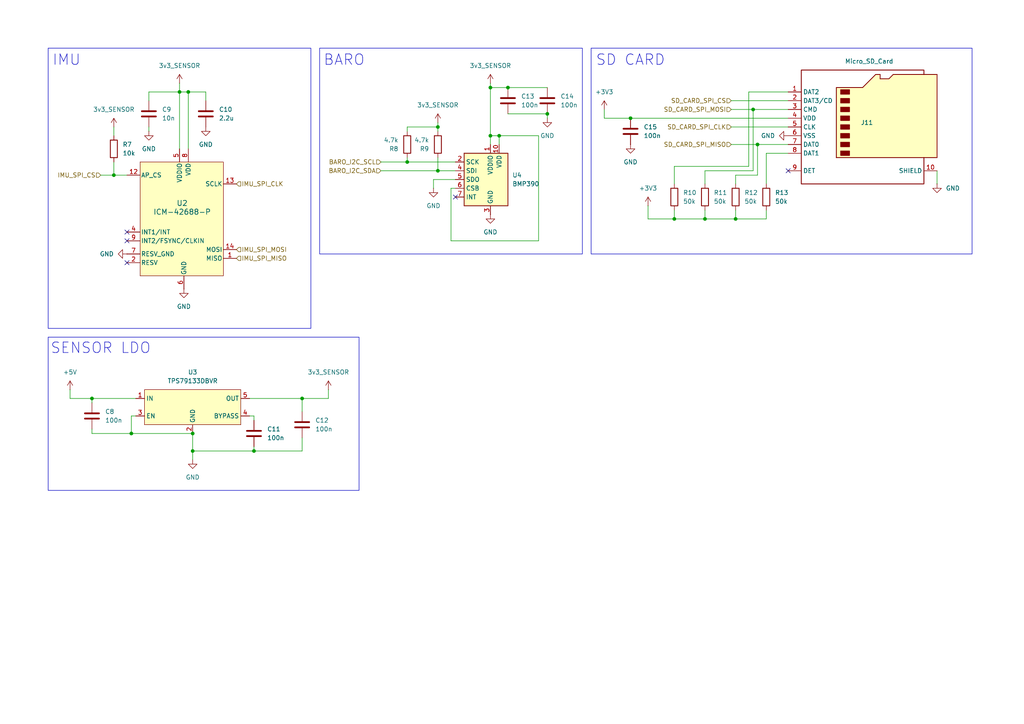
<source format=kicad_sch>
(kicad_sch (version 20250114) (generator "eeschema") (generator_version "9.0")
  (paper "A4")
  (lib_symbols
    (symbol "Device:C" (pin_numbers (hide yes)) (pin_names (offset 0.254))
      (property "Reference" "C" (at 0.635 2.54 0))
      (property "Value" "C" (at 0.635 -2.54 0))
      (symbol "C_0_1"
        (polyline (pts (xy -2.032 0.762) (xy 2.032 0.762)) (stroke (width 0.508)))
        (polyline (pts (xy -2.032 -0.762) (xy 2.032 -0.762)) (stroke (width 0.508)))
      )
      (symbol "C_1_1"
        (pin passive line (at 0 3.81 270) (length 2.794) (name "~") (number "1"))
        (pin passive line (at 0 -3.81 90) (length 2.794) (name "~") (number "2"))
      )
    )
    (symbol "Device:R" (pin_numbers (hide yes)) (pin_names (offset 0))
      (property "Reference" "R" (at 2.032 0 90))
      (property "Value" "R" (at 0 0 90))
      (symbol "R_0_1"
        (rectangle (start -1.016 -2.54) (end 1.016 2.54) (stroke (width 0.254)))
      )
      (symbol "R_1_1"
        (pin passive line (at 0 3.81 270) (length 1.27) (name "~") (number "1"))
        (pin passive line (at 0 -3.81 90) (length 1.27) (name "~") (number "2"))
      )
    )
    (symbol "power:+3V3" (power) (pin_numbers (hide yes)) (pin_names (offset 0) (hide yes))
      (property "Value" "+3V3" (at 0 3.556 0))
      (symbol "+3V3_0_1"
        (polyline (pts (xy -0.762 1.27) (xy 0 2.54)))
        (polyline (pts (xy 0 2.54) (xy 0.762 1.27)))
        (polyline (pts (xy 0 0) (xy 0 2.54)))
      )
      (symbol "+3V3_1_1"
        (pin power_in line (at 0 0 90) (length 0) (name "~") (number "1"))
      )
    )
    (symbol "power:+5V" (power) (pin_numbers (hide yes)) (pin_names (offset 0) (hide yes))
      (property "Value" "+5V" (at 0 3.556 0))
      (symbol "+5V_0_1"
        (polyline (pts (xy -0.762 1.27) (xy 0 2.54)))
        (polyline (pts (xy 0 2.54) (xy 0.762 1.27)))
        (polyline (pts (xy 0 0) (xy 0 2.54)))
      )
      (symbol "+5V_1_1"
        (pin power_in line (at 0 0 90) (length 0) (name "~") (number "1"))
      )
    )
    (symbol "power:GND" (power) (pin_numbers (hide yes)) (pin_names (offset 0) (hide yes))
      (property "Value" "GND" (at 0 -3.81 0))
      (symbol "GND_0_1"
        (polyline (pts (xy 0 0) (xy 0 -1.27) (xy 1.27 -1.27) (xy 0 -2.54) (xy -1.27 -1.27) (xy 0 -1.27)))
      )
      (symbol "GND_1_1"
        (pin power_in line (at 0 0 270) (length 0) (name "~") (number "1"))
      )
    )
    (symbol "toto_fc:3v3_SENSOR" (power) (pin_numbers (hide yes)) (pin_names (offset 0) (hide yes))
      (property "Value" "3v3_SENSOR" (at 0 3.556 0))
      (symbol "3v3_SENSOR_0_1"
        (polyline (pts (xy -0.762 1.27) (xy 0 2.54)))
        (polyline (pts (xy 0 2.54) (xy 0.762 1.27)))
        (polyline (pts (xy 0 0) (xy 0 2.54)))
      )
      (symbol "3v3_SENSOR_1_1"
        (pin power_in line (at 0 0 90) (length 0) (name "~") (number "1"))
      )
    )
    (symbol "toto_fc:BMP390"
      (property "Reference" "U" (at -6.858 9.652 0))
      (property "Value" "BMP390" (at 5.842 9.652 0))
      (symbol "BMP390_0_1"
        (rectangle (start -6.35 7.62) (end 6.35 -7.62) (stroke (width 0.254)) (fill (type background)))
      )
      (symbol "BMP390_1_1"
        (pin input line (at -8.89 5.08 0) (length 2.54) (name "SCK") (number "2"))
        (pin bidirectional line (at -8.89 2.54 0) (length 2.54) (name "SDI") (number "4"))
        (pin bidirectional line (at -8.89 0 0) (length 2.54) (name "SDO") (number "5"))
        (pin input line (at -8.89 -2.54 0) (length 2.54) (name "CSB") (number "6"))
        (pin input line (at -8.89 -5.08 0) (length 2.54) (name "INT") (number "7"))
        (pin power_in line (at 1.27 10.16 270) (length 2.54) (name "VDDIO") (number "1"))
        (pin power_in line (at 1.27 -10.16 90) (length 2.54) (name "GND") (number "3"))
        (pin power_in line (at 1.27 -10.16 90) (length 2.54) (hide yes) (name "GND") (number "8"))
        (pin power_in line (at 1.27 -10.16 90) (length 2.54) (hide yes) (name "GND") (number "9"))
        (pin power_in line (at 3.81 10.16 270) (length 2.54) (name "VDD") (number "10"))
      )
    )
    (symbol "toto_fc:ICM-42688-P" (pin_names (offset 0.254))
      (property "Reference" "U" (at -0.508 4.826 0))
      (property "Value" "ICM-42688-P" (at -0.508 2.286 0))
      (symbol "ICM-42688-P_0_1"
        (pin input line (at -16.51 12.7 0) (length 3.81) (name "AP_CS") (number "12"))
        (pin bidirectional line (at -16.51 -3.81 0) (length 3.81) (name "INT1/INT") (number "4"))
        (pin bidirectional line (at -16.51 -6.35 0) (length 3.81) (name "INT2/FSYNC/CLKIN") (number "9"))
        (pin passive line (at -16.51 -10.16 0) (length 3.81) (hide yes) (name "RESV_GND") (number "11"))
        (pin passive line (at -16.51 -10.16 0) (length 3.81) (name "RESV_GND") (number "7"))
        (pin passive line (at -16.51 -12.7 0) (length 3.81) (hide yes) (name "RESV") (number "10"))
        (pin passive line (at -16.51 -12.7 0) (length 3.81) (name "RESV") (number "2"))
        (pin passive line (at -16.51 -12.7 0) (length 3.81) (hide yes) (name "RESV") (number "3"))
        (pin power_in line (at -1.27 20.32 270) (length 3.81) (name "VDDIO") (number "5"))
        (pin power_out line (at 0 -20.32 90) (length 3.81) (name "GND") (number "6"))
        (pin power_in line (at 1.27 20.32 270) (length 3.81) (name "VDD") (number "8"))
        (pin input line (at 15.24 10.16 180) (length 3.81) (name "SCLK") (number "13"))
        (pin bidirectional line (at 15.24 -8.89 180) (length 3.81) (name "MOSI") (number "14"))
        (pin output line (at 15.24 -11.43 180) (length 3.81) (name "MISO") (number "1"))
      )
      (symbol "ICM-42688-P_1_1"
        (rectangle (start -12.7 16.51) (end 11.43 -16.51) (fill (type background)))
      )
    )
    (symbol "toto_fc:Micro_SD_Card"
      (property "Reference" "J" (at -16.51 17.78 0))
      (property "Value" "Micro_SD_Card" (at 16.51 17.78 0))
      (symbol "Micro_SD_Card_0_1"
        (polyline (pts (xy -8.89 -8.89) (xy -8.89 11.43) (xy -1.27 11.43) (xy 2.54 15.24) (xy 3.81 15.24) (xy 3.81 13.97) (xy 6.35 13.97) (xy 7.62 15.24) (xy 20.32 15.24) (xy 20.32 -8.89) (xy -8.89 -8.89)) (stroke (width 0.254)) (fill (type background)))
        (rectangle (start -7.62 10.795) (end -5.08 9.525) (stroke (width 0.254)) (fill (type outline)))
        (rectangle (start -7.62 8.255) (end -5.08 6.985) (stroke (width 0.254)) (fill (type outline)))
        (rectangle (start -7.62 5.715) (end -5.08 4.445) (stroke (width 0.254)) (fill (type outline)))
        (rectangle (start -7.62 3.175) (end -5.08 1.905) (stroke (width 0.254)) (fill (type outline)))
        (rectangle (start -7.62 0.635) (end -5.08 -0.635) (stroke (width 0.254)) (fill (type outline)))
        (rectangle (start -7.62 -1.905) (end -5.08 -3.175) (stroke (width 0.254)) (fill (type outline)))
        (rectangle (start -7.62 -4.445) (end -5.08 -5.715) (stroke (width 0.254)) (fill (type outline)))
        (rectangle (start -7.62 -6.985) (end -5.08 -8.255) (stroke (width 0.254)) (fill (type outline)))
        (polyline (pts (xy 16.51 15.24) (xy 16.51 16.51) (xy -19.05 16.51) (xy -19.05 -16.51) (xy 16.51 -16.51) (xy 16.51 -8.89)) (stroke (width 0.254)))
      )
      (symbol "Micro_SD_Card_1_1"
        (pin bidirectional line (at -22.86 10.16 0) (length 3.81) (name "DAT2") (number "1"))
        (pin bidirectional line (at -22.86 7.62 0) (length 3.81) (name "DAT3/CD") (number "2"))
        (pin input line (at -22.86 5.08 0) (length 3.81) (name "CMD") (number "3"))
        (pin power_in line (at -22.86 2.54 0) (length 3.81) (name "VDD") (number "4"))
        (pin input line (at -22.86 0 0) (length 3.81) (name "CLK") (number "5"))
        (pin power_in line (at -22.86 -2.54 0) (length 3.81) (name "VSS") (number "6"))
        (pin bidirectional line (at -22.86 -5.08 0) (length 3.81) (name "DAT0") (number "7"))
        (pin bidirectional line (at -22.86 -7.62 0) (length 3.81) (name "DAT1") (number "8"))
        (pin passive line (at -22.86 -12.7 0) (length 3.81) (name "DET") (number "9"))
        (pin passive line (at 20.32 -12.7 180) (length 3.81) (name "SHIELD") (number "10"))
        (pin passive line (at 20.32 -12.7 180) (length 3.81) (hide yes) (name "SHIELD") (number "G1"))
        (pin passive line (at 20.32 -12.7 180) (length 3.81) (hide yes) (name "SHIELD") (number "G2"))
        (pin passive line (at 20.32 -12.7 180) (length 3.81) (hide yes) (name "SHIELD") (number "G3"))
        (pin passive line (at 20.32 -12.7 180) (length 3.81) (hide yes) (name "SHIELD") (number "G4"))
      )
    )
    (symbol "toto_fc:TPS79133DBVR"
      (property "Reference" "U" (at 0 3.302 0))
      (property "Value" "TPS79133DBVR" (at 0 2.032 0))
      (symbol "TPS79133DBVR_0_1"
        (rectangle (start -13.97 5.08) (end 13.97 -5.08) (fill (type background)))
      )
      (symbol "TPS79133DBVR_1_1"
        (pin power_in line (at -16.51 2.54 0) (length 2.54) (name "IN") (number "1"))
        (pin input line (at -16.51 -2.54 0) (length 2.54) (name "EN") (number "3"))
        (pin power_in line (at 0 -7.62 90) (length 2.54) (name "GND") (number "2"))
        (pin input line (at 16.51 2.54 180) (length 2.54) (name "OUT") (number "5"))
        (pin passive line (at 16.51 -2.54 180) (length 2.54) (name "BYPASS") (number "4"))
      )
    )
  )
  (rectangle (start 171.45 13.97) (end 281.94 73.66))
  (rectangle (start 92.71 13.97) (end 168.91 73.66))
  (rectangle (start 13.97 13.97) (end 90.17 95.25))
  (rectangle (start 13.97 97.79) (end 104.14 142.24))
  (text "IMU" (at 19.304 17.526 0) (effects (font (size 3.048 3.048))))
  (text "SENSOR LDO" (at 29.21 101.092 0) (effects (font (size 3.048 3.048))))
  (text "BARO" (at 99.822 17.526 0) (effects (font (size 3.048 3.048))))
  (text "SD CARD" (at 182.88 17.526 0) (effects (font (size 3.048 3.048))))
  (junction (at 219.71 41.91))
  (junction (at 127 36.83))
  (junction (at 213.36 63.5))
  (junction (at 26.67 115.57))
  (junction (at 38.1 125.73))
  (junction (at 87.63 115.57))
  (junction (at 147.32 25.4))
  (junction (at 73.66 130.81))
  (junction (at 182.88 34.29))
  (junction (at 127 49.53))
  (junction (at 118.11 46.99))
  (junction (at 218.44 31.75))
  (junction (at 55.88 130.81))
  (junction (at 54.61 26.67))
  (junction (at 33.02 50.8))
  (junction (at 55.88 125.73))
  (junction (at 158.75 33.02))
  (junction (at 142.24 25.4))
  (junction (at 144.78 39.37))
  (junction (at 195.58 63.5))
  (junction (at 142.24 39.37))
  (junction (at 204.47 63.5))
  (junction (at 52.07 26.67))
  (no_connect (at 36.83 69.85))
  (no_connect (at 36.83 67.31))
  (no_connect (at 36.83 76.2))
  (no_connect (at 132.08 57.15))
  (no_connect (at 228.6 49.53))
  (wire (pts (xy 73.66 121.92) (xy 73.66 120.65)))
  (wire (pts (xy 39.37 120.65) (xy 38.1 120.65)))
  (wire (pts (xy 110.49 46.99) (xy 118.11 46.99)))
  (wire (pts (xy 158.75 34.29) (xy 158.75 33.02)))
  (wire (pts (xy 52.07 26.67) (xy 52.07 43.18)))
  (wire (pts (xy 182.88 34.29) (xy 228.6 34.29)))
  (wire (pts (xy 142.24 24.13) (xy 142.24 25.4)))
  (wire (pts (xy 55.88 130.81) (xy 55.88 133.35)))
  (wire (pts (xy 130.81 69.85) (xy 156.21 69.85)))
  (wire (pts (xy 127 35.56) (xy 127 36.83)))
  (wire (pts (xy 43.18 29.21) (xy 43.18 26.67)))
  (wire (pts (xy 217.17 48.26) (xy 195.58 48.26)))
  (wire (pts (xy 118.11 46.99) (xy 132.08 46.99)))
  (wire (pts (xy 55.88 125.73) (xy 55.88 130.81)))
  (wire (pts (xy 187.96 59.69) (xy 187.96 63.5)))
  (wire (pts (xy 175.26 34.29) (xy 182.88 34.29)))
  (wire (pts (xy 127 45.72) (xy 127 49.53)))
  (wire (pts (xy 147.32 25.4) (xy 158.75 25.4)))
  (wire (pts (xy 144.78 39.37) (xy 156.21 39.37)))
  (wire (pts (xy 212.09 36.83) (xy 228.6 36.83)))
  (wire (pts (xy 222.25 44.45) (xy 222.25 53.34)))
  (wire (pts (xy 228.6 26.67) (xy 217.17 26.67)))
  (wire (pts (xy 20.32 115.57) (xy 26.67 115.57)))
  (wire (pts (xy 127 49.53) (xy 132.08 49.53)))
  (wire (pts (xy 33.02 50.8) (xy 36.83 50.8)))
  (wire (pts (xy 187.96 63.5) (xy 195.58 63.5)))
  (wire (pts (xy 213.36 63.5) (xy 222.25 63.5)))
  (wire (pts (xy 43.18 26.67) (xy 52.07 26.67)))
  (wire (pts (xy 218.44 49.53) (xy 204.47 49.53)))
  (wire (pts (xy 219.71 41.91) (xy 228.6 41.91)))
  (wire (pts (xy 52.07 24.13) (xy 52.07 26.67)))
  (wire (pts (xy 26.67 124.46) (xy 26.67 125.73)))
  (wire (pts (xy 130.81 54.61) (xy 132.08 54.61)))
  (wire (pts (xy 95.25 115.57) (xy 95.25 113.03)))
  (wire (pts (xy 175.26 31.75) (xy 175.26 34.29)))
  (wire (pts (xy 195.58 63.5) (xy 204.47 63.5)))
  (wire (pts (xy 142.24 39.37) (xy 142.24 41.91)))
  (wire (pts (xy 142.24 25.4) (xy 147.32 25.4)))
  (wire (pts (xy 110.49 49.53) (xy 127 49.53)))
  (wire (pts (xy 212.09 41.91) (xy 219.71 41.91)))
  (wire (pts (xy 212.09 31.75) (xy 218.44 31.75)))
  (wire (pts (xy 125.73 54.61) (xy 125.73 52.07)))
  (wire (pts (xy 195.58 60.96) (xy 195.58 63.5)))
  (wire (pts (xy 118.11 36.83) (xy 127 36.83)))
  (wire (pts (xy 118.11 36.83) (xy 118.11 38.1)))
  (wire (pts (xy 59.69 26.67) (xy 59.69 29.21)))
  (wire (pts (xy 228.6 44.45) (xy 222.25 44.45)))
  (wire (pts (xy 73.66 120.65) (xy 72.39 120.65)))
  (wire (pts (xy 33.02 36.83) (xy 33.02 39.37)))
  (wire (pts (xy 52.07 26.67) (xy 54.61 26.67)))
  (wire (pts (xy 212.09 29.21) (xy 228.6 29.21)))
  (wire (pts (xy 26.67 125.73) (xy 38.1 125.73)))
  (wire (pts (xy 218.44 31.75) (xy 218.44 49.53)))
  (wire (pts (xy 204.47 49.53) (xy 204.47 53.34)))
  (wire (pts (xy 87.63 130.81) (xy 73.66 130.81)))
  (wire (pts (xy 130.81 54.61) (xy 130.81 69.85)))
  (wire (pts (xy 142.24 39.37) (xy 144.78 39.37)))
  (wire (pts (xy 222.25 63.5) (xy 222.25 60.96)))
  (wire (pts (xy 54.61 26.67) (xy 54.61 43.18)))
  (wire (pts (xy 87.63 115.57) (xy 95.25 115.57)))
  (wire (pts (xy 118.11 45.72) (xy 118.11 46.99)))
  (wire (pts (xy 213.36 60.96) (xy 213.36 63.5)))
  (wire (pts (xy 38.1 125.73) (xy 55.88 125.73)))
  (wire (pts (xy 29.21 50.8) (xy 33.02 50.8)))
  (wire (pts (xy 33.02 46.99) (xy 33.02 50.8)))
  (wire (pts (xy 142.24 25.4) (xy 142.24 39.37)))
  (wire (pts (xy 147.32 33.02) (xy 158.75 33.02)))
  (wire (pts (xy 219.71 50.8) (xy 213.36 50.8)))
  (wire (pts (xy 218.44 31.75) (xy 228.6 31.75)))
  (wire (pts (xy 87.63 115.57) (xy 72.39 115.57)))
  (wire (pts (xy 195.58 48.26) (xy 195.58 53.34)))
  (wire (pts (xy 55.88 130.81) (xy 73.66 130.81)))
  (wire (pts (xy 144.78 39.37) (xy 144.78 41.91)))
  (wire (pts (xy 26.67 116.84) (xy 26.67 115.57)))
  (wire (pts (xy 204.47 63.5) (xy 213.36 63.5)))
  (wire (pts (xy 87.63 119.38) (xy 87.63 115.57)))
  (wire (pts (xy 73.66 130.81) (xy 73.66 129.54)))
  (wire (pts (xy 271.78 53.34) (xy 271.78 49.53)))
  (wire (pts (xy 38.1 120.65) (xy 38.1 125.73)))
  (wire (pts (xy 20.32 113.03) (xy 20.32 115.57)))
  (wire (pts (xy 26.67 115.57) (xy 39.37 115.57)))
  (wire (pts (xy 127 36.83) (xy 127 38.1)))
  (wire (pts (xy 204.47 60.96) (xy 204.47 63.5)))
  (wire (pts (xy 125.73 52.07) (xy 132.08 52.07)))
  (wire (pts (xy 217.17 26.67) (xy 217.17 48.26)))
  (wire (pts (xy 54.61 26.67) (xy 59.69 26.67)))
  (wire (pts (xy 87.63 127) (xy 87.63 130.81)))
  (wire (pts (xy 213.36 50.8) (xy 213.36 53.34)))
  (wire (pts (xy 156.21 69.85) (xy 156.21 39.37)))
  (wire (pts (xy 43.18 38.1) (xy 43.18 36.83)))
  (wire (pts (xy 219.71 41.91) (xy 219.71 50.8)))
  (hierarchical_label "SD_CARD_SPI_CLK" (shape input) (at 212.09 36.83 180))
  (hierarchical_label "IMU_SPI_MISO" (shape input) (at 68.58 74.93 0))
  (hierarchical_label "BARO_I2C_SCL" (shape input) (at 110.49 46.99 180))
  (hierarchical_label "IMU_SPI_CLK" (shape input) (at 68.58 53.34 0))
  (hierarchical_label "SD_CARD_SPI_MISO" (shape input) (at 212.09 41.91 180))
  (hierarchical_label "BARO_I2C_SDA" (shape input) (at 110.49 49.53 180))
  (hierarchical_label "SD_CARD_SPI_MOSI" (shape input) (at 212.09 31.75 180))
  (hierarchical_label "IMU_SPI_MOSI" (shape input) (at 68.58 72.39 0))
  (hierarchical_label "IMU_SPI_CS" (shape input) (at 29.21 50.8 180))
  (hierarchical_label "SD_CARD_SPI_CS" (shape input) (at 212.09 29.21 180))
  (symbol (lib_id "Device:C") (at 182.88 38.1 0) (unit 1)
    (property "Reference" "C15" (at 186.69 36.8299 0) (effects (justify left)))
    (property "Value" "100n" (at 186.69 39.3699 0) (effects (justify left)))
    (property "Footprint" "Capacitor_SMD:C_0603_1608Metric" (effects (hide yes)))
    (property "Description" "Unpolarized capacitor" (effects (hide yes)))
  )
  (symbol (lib_id "power:GND") (at 59.69 36.83 0) (unit 1)
    (property "Reference" "#PWR044" (effects (hide yes)))
    (property "Value" "GND" (at 59.69 41.91 0))
    (property "Description" "Power symbol creates a global label with name \"GND\" , ground" (effects (hide yes)))
  )
  (symbol (lib_id "Device:C") (at 87.63 123.19 0) (unit 1)
    (property "Reference" "C12" (at 91.44 121.9199 0) (effects (justify left)))
    (property "Value" "100n" (at 91.44 124.4599 0) (effects (justify left)))
    (property "Footprint" "Capacitor_SMD:C_0603_1608Metric" (effects (hide yes)))
    (property "Description" "Unpolarized capacitor" (effects (hide yes)))
  )
  (symbol (lib_id "Device:C") (at 73.66 125.73 0) (unit 1)
    (property "Reference" "C11" (at 77.47 124.4599 0) (effects (justify left)))
    (property "Value" "100n" (at 77.47 126.9999 0) (effects (justify left)))
    (property "Footprint" "Capacitor_SMD:C_0603_1608Metric" (effects (hide yes)))
    (property "Description" "Unpolarized capacitor" (effects (hide yes)))
  )
  (symbol (lib_id "power:GND") (at 182.88 41.91 0) (unit 1)
    (property "Reference" "#PWR052" (effects (hide yes)))
    (property "Value" "GND" (at 182.88 46.99 0))
    (property "Description" "Power symbol creates a global label with name \"GND\" , ground" (effects (hide yes)))
  )
  (symbol (lib_id "Device:R") (at 195.58 57.15 0) (unit 1)
    (property "Reference" "R10" (at 198.12 55.8799 0) (effects (justify left)))
    (property "Value" "50k" (at 198.12 58.4199 0) (effects (justify left)))
    (property "Footprint" "Resistor_SMD:R_0603_1608Metric" (effects (hide yes)))
    (property "Description" "Resistor" (effects (hide yes)))
  )
  (symbol (lib_id "Device:R") (at 204.47 57.15 0) (unit 1)
    (property "Reference" "R11" (at 207.01 55.8799 0) (effects (justify left)))
    (property "Value" "50k" (at 207.01 58.4199 0) (effects (justify left)))
    (property "Footprint" "Resistor_SMD:R_0603_1608Metric" (effects (hide yes)))
    (property "Description" "Resistor" (effects (hide yes)))
  )
  (symbol (lib_id "power:+3V3") (at 187.96 59.69 0) (unit 1)
    (property "Reference" "#PWR053" (effects (hide yes)))
    (property "Value" "+3V3" (at 187.96 54.61 0))
    (property "Description" "Power symbol creates a global label with name \"+3V3\"" (effects (hide yes)))
  )
  (symbol (lib_id "power:GND") (at 43.18 38.1 0) (unit 1)
    (property "Reference" "#PWR040" (effects (hide yes)))
    (property "Value" "GND" (at 43.18 43.18 0))
    (property "Description" "Power symbol creates a global label with name \"GND\" , ground" (effects (hide yes)))
  )
  (symbol (lib_id "power:GND") (at 228.6 39.37 270) (unit 1)
    (property "Reference" "#PWR054" (effects (hide yes)))
    (property "Value" "GND" (at 224.79 39.3699 90) (effects (justify right)))
    (property "Description" "Power symbol creates a global label with name \"GND\" , ground" (effects (hide yes)))
  )
  (symbol (lib_id "Device:R") (at 33.02 43.18 0) (unit 1)
    (property "Reference" "R7" (at 35.56 41.9099 0) (effects (justify left)))
    (property "Value" "10k" (at 35.56 44.4499 0) (effects (justify left)))
    (property "Footprint" "Resistor_SMD:R_0603_1608Metric" (effects (hide yes)))
    (property "Description" "Resistor" (effects (hide yes)))
  )
  (symbol (lib_id "Device:R") (at 222.25 57.15 0) (unit 1)
    (property "Reference" "R13" (at 224.79 55.8799 0) (effects (justify left)))
    (property "Value" "50k" (at 224.79 58.4199 0) (effects (justify left)))
    (property "Footprint" "Resistor_SMD:R_0603_1608Metric" (effects (hide yes)))
    (property "Description" "Resistor" (effects (hide yes)))
  )
  (symbol (lib_id "Device:C") (at 59.69 33.02 180) (unit 1)
    (property "Reference" "C10" (at 63.5 31.7499 0) (effects (justify right)))
    (property "Value" "2.2u" (at 63.5 34.2899 0) (effects (justify right)))
    (property "Footprint" "Capacitor_SMD:C_0603_1608Metric" (effects (hide yes)))
    (property "Description" "Unpolarized capacitor" (effects (hide yes)))
  )
  (symbol (lib_id "toto_fc:TPS79133DBVR") (at 55.88 118.11 0) (unit 1)
    (property "Reference" "U3" (at 55.88 107.95 0))
    (property "Value" "TPS79133DBVR" (at 55.88 110.49 0))
    (property "Footprint" "toto_fc:TPS79133DBVR" (effects (hide yes)))
  )
  (symbol (lib_id "power:GND") (at 36.83 73.66 270) (unit 1)
    (property "Reference" "#PWR039" (effects (hide yes)))
    (property "Value" "GND" (at 33.02 73.6599 90) (effects (justify right)))
    (property "Description" "Power symbol creates a global label with name \"GND\" , ground" (effects (hide yes)))
  )
  (symbol (lib_id "toto_fc:3v3_SENSOR") (at 95.25 113.03 0) (unit 1)
    (property "Reference" "#PWR045" (effects (hide yes)))
    (property "Value" "3v3_SENSOR" (at 95.25 107.95 0))
    (property "Description" "Power symbol creates a global label with name {dblquote}3v3_IMU{dblquote}" (effects (hide yes)))
  )
  (symbol (lib_id "power:+3V3") (at 175.26 31.75 0) (unit 1)
    (property "Reference" "#PWR051" (effects (hide yes)))
    (property "Value" "+3V3" (at 175.26 26.67 0))
    (property "Description" "Power symbol creates a global label with name \"+3V3\"" (effects (hide yes)))
  )
  (symbol (lib_id "power:GND") (at 158.75 34.29 0) (unit 1)
    (property "Reference" "#PWR050" (effects (hide yes)))
    (property "Value" "GND" (at 158.75 39.37 0))
    (property "Description" "Power symbol creates a global label with name \"GND\" , ground" (effects (hide yes)))
  )
  (symbol (lib_id "Device:C") (at 43.18 33.02 0) (unit 1)
    (property "Reference" "C9" (at 46.99 31.7499 0) (effects (justify left)))
    (property "Value" "10n" (at 46.99 34.2899 0) (effects (justify left)))
    (property "Footprint" "Capacitor_SMD:C_0603_1608Metric" (effects (hide yes)))
    (property "Description" "Unpolarized capacitor" (effects (hide yes)))
  )
  (symbol (lib_id "power:GND") (at 55.88 133.35 0) (unit 1)
    (property "Reference" "#PWR043" (effects (hide yes)))
    (property "Value" "GND" (at 55.88 138.43 0))
    (property "Description" "Power symbol creates a global label with name \"GND\" , ground" (effects (hide yes)))
  )
  (symbol (lib_id "toto_fc:3v3_SENSOR") (at 142.24 24.13 0) (unit 1)
    (property "Reference" "#PWR048" (effects (hide yes)))
    (property "Value" "3v3_SENSOR" (at 142.24 19.05 0))
    (property "Description" "Power symbol creates a global label with name {dblquote}3v3_IMU{dblquote}" (effects (hide yes)))
  )
  (symbol (lib_id "power:+5V") (at 20.32 113.03 0) (unit 1)
    (property "Reference" "#PWR037" (effects (hide yes)))
    (property "Value" "+5V" (at 20.32 107.95 0))
    (property "Description" "Power symbol creates a global label with name \"+5V\"" (effects (hide yes)))
  )
  (symbol (lib_id "toto_fc:Micro_SD_Card") (at 251.46 36.83 0) (unit 1)
    (property "Reference" "J11" (at 251.46 35.56 0))
    (property "Value" "Micro_SD_Card" (at 252.095 17.78 0))
    (property "Footprint" "toto_fc:MOLEX_104031-0811" (effects (hide yes)))
    (property "Datasheet" "https://datasheet.lcsc.com/lcsc/2110151630_XKB-Connectivity-XKTF-015-N_C381082.pdf" (effects (hide yes)))
    (property "Description" "Micro SD Card Socket with one card detection pin" (effects (hide yes)))
  )
  (symbol (lib_id "Device:C") (at 147.32 29.21 0) (unit 1)
    (property "Reference" "C13" (at 151.13 27.9399 0) (effects (justify left)))
    (property "Value" "100n" (at 151.13 30.4799 0) (effects (justify left)))
    (property "Footprint" "Capacitor_SMD:C_0603_1608Metric" (effects (hide yes)))
    (property "Description" "Unpolarized capacitor" (effects (hide yes)))
  )
  (symbol (lib_id "toto_fc:3v3_SENSOR") (at 33.02 36.83 0) (unit 1)
    (property "Reference" "#PWR038" (effects (hide yes)))
    (property "Value" "3v3_SENSOR" (at 33.02 31.75 0))
    (property "Description" "Power symbol creates a global label with name {dblquote}3v3_IMU{dblquote}" (effects (hide yes)))
  )
  (symbol (lib_id "power:GND") (at 271.78 53.34 0) (unit 1)
    (property "Reference" "#PWR055" (effects (hide yes)))
    (property "Value" "GND" (at 274.32 54.6099 0) (effects (justify left)))
    (property "Description" "Power symbol creates a global label with name \"GND\" , ground" (effects (hide yes)))
  )
  (symbol (lib_id "toto_fc:BMP390") (at 140.97 52.07 0) (unit 1)
    (property "Reference" "U4" (at 148.59 50.7999 0) (effects (justify left)))
    (property "Value" "BMP390" (at 148.59 53.3399 0) (effects (justify left)))
    (property "Footprint" "toto_fc:BMP390" (effects (hide yes)))
    (property "Datasheet" "https://www.bosch-sensortec.com/media/boschsensortec/downloads/datasheets/bst-bmp390-ds002.pdf" (effects (hide yes)))
    (property "Description" "Absolute Barometric Pressure Sensor" (effects (hide yes)))
  )
  (symbol (lib_id "power:GND") (at 53.34 83.82 0) (unit 1)
    (property "Reference" "#PWR042" (effects (hide yes)))
    (property "Value" "GND" (at 53.34 88.9 0))
    (property "Description" "Power symbol creates a global label with name \"GND\" , ground" (effects (hide yes)))
  )
  (symbol (lib_id "toto_fc:3v3_SENSOR") (at 127 35.56 0) (unit 1)
    (property "Reference" "#PWR047" (effects (hide yes)))
    (property "Value" "3v3_SENSOR" (at 127 30.48 0))
    (property "Description" "Power symbol creates a global label with name {dblquote}3v3_IMU{dblquote}" (effects (hide yes)))
  )
  (symbol (lib_id "Device:R") (at 213.36 57.15 0) (unit 1)
    (property "Reference" "R12" (at 215.9 55.8799 0) (effects (justify left)))
    (property "Value" "50k" (at 215.9 58.4199 0) (effects (justify left)))
    (property "Footprint" "Resistor_SMD:R_0603_1608Metric" (effects (hide yes)))
    (property "Description" "Resistor" (effects (hide yes)))
  )
  (symbol (lib_id "Device:C") (at 158.75 29.21 0) (unit 1)
    (property "Reference" "C14" (at 162.56 27.9399 0) (effects (justify left)))
    (property "Value" "100n" (at 162.56 30.4799 0) (effects (justify left)))
    (property "Footprint" "Capacitor_SMD:C_0603_1608Metric" (effects (hide yes)))
    (property "Description" "Unpolarized capacitor" (effects (hide yes)))
  )
  (symbol (lib_id "Device:R") (at 127 41.91 180) (unit 1)
    (property "Reference" "R9" (at 124.46 43.1801 0) (effects (justify left)))
    (property "Value" "4.7k" (at 124.46 40.6401 0) (effects (justify left)))
    (property "Footprint" "Resistor_SMD:R_0603_1608Metric" (effects (hide yes)))
    (property "Description" "Resistor" (effects (hide yes)))
  )
  (symbol (lib_id "toto_fc:ICM-42688-P") (at 53.34 63.5 0) (unit 1)
    (property "Reference" "U2" (at 52.832 58.928 0) (effects (font (size 1.524 1.524))))
    (property "Value" "ICM-42688-P" (at 52.832 61.468 0) (effects (font (size 1.524 1.524))))
    (property "Footprint" "toto_fc:ICM-42688-P" (effects (hide yes)))
    (property "Datasheet" "ICM-42688-P" (effects (hide yes)))
  )
  (symbol (lib_id "power:GND") (at 142.24 62.23 0) (unit 1)
    (property "Reference" "#PWR049" (effects (hide yes)))
    (property "Value" "GND" (at 142.24 67.31 0))
    (property "Description" "Power symbol creates a global label with name \"GND\" , ground" (effects (hide yes)))
  )
  (symbol (lib_id "Device:R") (at 118.11 41.91 180) (unit 1)
    (property "Reference" "R8" (at 115.57 43.1801 0) (effects (justify left)))
    (property "Value" "4.7k" (at 115.57 40.6401 0) (effects (justify left)))
    (property "Footprint" "Resistor_SMD:R_0603_1608Metric" (effects (hide yes)))
    (property "Description" "Resistor" (effects (hide yes)))
  )
  (symbol (lib_id "toto_fc:3v3_SENSOR") (at 52.07 24.13 0) (unit 1)
    (property "Reference" "#PWR041" (effects (hide yes)))
    (property "Value" "3v3_SENSOR" (at 52.07 19.05 0))
    (property "Description" "Power symbol creates a global label with name {dblquote}3v3_IMU{dblquote}" (effects (hide yes)))
  )
  (symbol (lib_id "power:GND") (at 125.73 54.61 0) (unit 1)
    (property "Reference" "#PWR046" (effects (hide yes)))
    (property "Value" "GND" (at 125.73 59.69 0))
    (property "Description" "Power symbol creates a global label with name \"GND\" , ground" (effects (hide yes)))
  )
  (symbol (lib_id "Device:C") (at 26.67 120.65 0) (unit 1)
    (property "Reference" "C8" (at 30.48 119.3799 0) (effects (justify left)))
    (property "Value" "100n" (at 30.48 121.9199 0) (effects (justify left)))
    (property "Footprint" "Capacitor_SMD:C_0603_1608Metric" (effects (hide yes)))
    (property "Description" "Unpolarized capacitor" (effects (hide yes)))
  )
)
</source>
